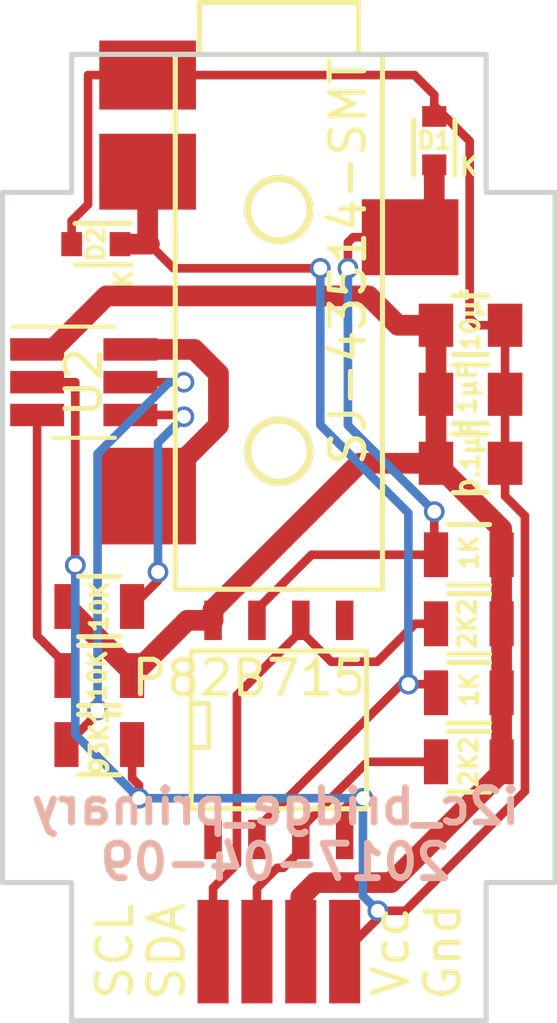
<source format=kicad_pcb>
(kicad_pcb (version 20171130) (host pcbnew "(5.1.12)-1")

  (general
    (thickness 1.6)
    (drawings 41)
    (tracks 136)
    (zones 0)
    (modules 16)
    (nets 11)
  )

  (page A4)
  (layers
    (0 F.Cu signal)
    (31 B.Cu signal)
    (32 B.Adhes user hide)
    (33 F.Adhes user hide)
    (34 B.Paste user hide)
    (35 F.Paste user hide)
    (36 B.SilkS user hide)
    (37 F.SilkS user hide)
    (38 B.Mask user hide)
    (39 F.Mask user hide)
    (40 Dwgs.User user hide)
    (41 Cmts.User user hide)
    (42 Eco1.User user hide)
    (43 Eco2.User user hide)
    (44 Edge.Cuts user)
    (45 Margin user hide)
    (46 B.CrtYd user hide)
    (47 F.CrtYd user hide)
    (48 B.Fab user hide)
    (49 F.Fab user hide)
  )

  (setup
    (last_trace_width 0.25)
    (user_trace_width 0.6)
    (trace_clearance 0.2)
    (zone_clearance 0.508)
    (zone_45_only no)
    (trace_min 0.2)
    (via_size 0.6)
    (via_drill 0.4)
    (via_min_size 0.4)
    (via_min_drill 0.3)
    (uvia_size 0.3)
    (uvia_drill 0.1)
    (uvias_allowed no)
    (uvia_min_size 0.2)
    (uvia_min_drill 0.1)
    (edge_width 0.15)
    (segment_width 0.2)
    (pcb_text_width 0.3)
    (pcb_text_size 1.5 1.5)
    (mod_edge_width 0.15)
    (mod_text_size 1 1)
    (mod_text_width 0.15)
    (pad_size 1.6 3.4)
    (pad_drill 0)
    (pad_to_mask_clearance 0.2)
    (aux_axis_origin 50 45)
    (visible_elements 7FFFFFFF)
    (pcbplotparams
      (layerselection 0x00030_80000001)
      (usegerberextensions false)
      (usegerberattributes true)
      (usegerberadvancedattributes true)
      (creategerberjobfile true)
      (excludeedgelayer true)
      (linewidth 0.100000)
      (plotframeref false)
      (viasonmask false)
      (mode 1)
      (useauxorigin false)
      (hpglpennumber 1)
      (hpglpenspeed 20)
      (hpglpendiameter 15.000000)
      (psnegative false)
      (psa4output false)
      (plotreference true)
      (plotvalue true)
      (plotinvisibletext false)
      (padsonsilk false)
      (subtractmaskfromsilk false)
      (outputformat 1)
      (mirror false)
      (drillshape 1)
      (scaleselection 1)
      (outputdirectory ""))
  )

  (net 0 "")
  (net 1 +5V)
  (net 2 GND)
  (net 3 /i2c_bridge_common/SCL_connector)
  (net 4 /i2c_bridge_common/SDA_connector)
  (net 5 /i2c_bridge_common/SCL_inside)
  (net 6 /i2c_bridge_common/SDA_inside)
  (net 7 "Net-(R5-Pad2)")
  (net 8 "Net-(R6-Pad2)")
  (net 9 "Net-(R7-Pad1)")
  (net 10 "Net-(TRRS1-Pad2)")

  (net_class Default "This is the default net class."
    (clearance 0.2)
    (trace_width 0.25)
    (via_dia 0.6)
    (via_drill 0.4)
    (uvia_dia 0.3)
    (uvia_drill 0.1)
    (add_net +5V)
    (add_net /i2c_bridge_common/SCL_connector)
    (add_net /i2c_bridge_common/SCL_inside)
    (add_net /i2c_bridge_common/SDA_connector)
    (add_net /i2c_bridge_common/SDA_inside)
    (add_net GND)
    (add_net "Net-(R5-Pad2)")
    (add_net "Net-(R6-Pad2)")
    (add_net "Net-(R7-Pad1)")
    (add_net "Net-(TRRS1-Pad2)")
  )

  (net_class power ""
    (clearance 0.3)
    (trace_width 0.4)
    (via_dia 0.8)
    (via_drill 0.6)
    (uvia_dia 0.3)
    (uvia_drill 0.1)
  )

  (module myComponents:solderPads_4_Grove_I2C (layer F.Cu) (tedit 58E53D59) (tstamp 0)
    (at 50 71)
    (path /58E54ECF)
    (fp_text reference I2C1 (at 0.635 2.54) (layer F.SilkS) hide
      (effects (font (size 1 1) (thickness 0.15)))
    )
    (fp_text value CONN_01X04 (at 0 3) (layer F.Fab)
      (effects (font (size 1 1) (thickness 0.15)))
    )
    (fp_text user SDA (at -3.25 0 90) (layer F.SilkS)
      (effects (font (size 1 1) (thickness 0.15)))
    )
    (fp_text user SCL (at -4.75 0 90) (layer F.SilkS)
      (effects (font (size 1 1) (thickness 0.15)))
    )
    (fp_text user Gnd (at 4.75 0 90) (layer F.SilkS)
      (effects (font (size 1 1) (thickness 0.15)))
    )
    (fp_text user Vcc (at 3.25 0 90) (layer F.SilkS)
      (effects (font (size 1 1) (thickness 0.15)))
    )
    (pad 1 smd rect (at -1.905 0) (size 0.9 3) (layers F.Cu F.Paste F.Mask)
      (net 5 /i2c_bridge_common/SCL_inside))
    (pad 2 smd rect (at -0.635 0) (size 0.9 3) (layers F.Cu F.Paste F.Mask)
      (net 6 /i2c_bridge_common/SDA_inside))
    (pad 3 smd rect (at 0.635 0) (size 0.9 3) (layers F.Cu F.Paste F.Mask)
      (net 1 +5V))
    (pad 4 smd rect (at 1.905 0) (size 0.9 3) (layers F.Cu F.Paste F.Mask)
      (net 2 GND))
  )

  (module Capacitors_SMD:C_0805 (layer F.Cu) (tedit 58E6699A) (tstamp 58E665DA)
    (at 55.55 52.85)
    (descr "Capacitor SMD 0805, reflow soldering, AVX (see smccp.pdf)")
    (tags "capacitor 0805")
    (path /58E667B4/58E68B64)
    (attr smd)
    (fp_text reference C1 (at 2.5 0) (layer F.Fab)
      (effects (font (size 1 1) (thickness 0.15)))
    )
    (fp_text value 10µf (at 0 -0.15 270) (layer F.SilkS)
      (effects (font (size 0.5 0.5) (thickness 0.125)))
    )
    (fp_line (start -0.5 0.85) (end 0.5 0.85) (layer F.SilkS) (width 0.15))
    (fp_line (start 0.5 -0.85) (end -0.5 -0.85) (layer F.SilkS) (width 0.15))
    (fp_line (start 1.8 -1) (end 1.8 1) (layer F.CrtYd) (width 0.05))
    (fp_line (start -1.8 -1) (end -1.8 1) (layer F.CrtYd) (width 0.05))
    (fp_line (start -1.8 1) (end 1.8 1) (layer F.CrtYd) (width 0.05))
    (fp_line (start -1.8 -1) (end 1.8 -1) (layer F.CrtYd) (width 0.05))
    (fp_line (start -1 -0.625) (end 1 -0.625) (layer F.Fab) (width 0.15))
    (fp_line (start 1 -0.625) (end 1 0.625) (layer F.Fab) (width 0.15))
    (fp_line (start 1 0.625) (end -1 0.625) (layer F.Fab) (width 0.15))
    (fp_line (start -1 0.625) (end -1 -0.625) (layer F.Fab) (width 0.15))
    (pad 1 smd rect (at -1 0) (size 1 1.25) (layers F.Cu F.Paste F.Mask)
      (net 1 +5V))
    (pad 2 smd rect (at 1 0) (size 1 1.25) (layers F.Cu F.Paste F.Mask)
      (net 2 GND))
    (model Capacitors_SMD.3dshapes/C_0805.wrl
      (at (xyz 0 0 0))
      (scale (xyz 1 1 1))
      (rotate (xyz 0 0 0))
    )
  )

  (module Capacitors_SMD:C_0805 (layer F.Cu) (tedit 58E669AE) (tstamp 58E665EA)
    (at 55.55 54.85)
    (descr "Capacitor SMD 0805, reflow soldering, AVX (see smccp.pdf)")
    (tags "capacitor 0805")
    (path /58E667B4/58E68B6B)
    (attr smd)
    (fp_text reference C2 (at 2.404999 -0.065) (layer F.Fab)
      (effects (font (size 1 1) (thickness 0.15)))
    )
    (fp_text value 1µF (at -0.095001 -0.15 270) (layer F.SilkS)
      (effects (font (size 0.5 0.5) (thickness 0.125)))
    )
    (fp_line (start -0.5 0.85) (end 0.5 0.85) (layer F.SilkS) (width 0.15))
    (fp_line (start 0.5 -0.85) (end -0.5 -0.85) (layer F.SilkS) (width 0.15))
    (fp_line (start 1.8 -1) (end 1.8 1) (layer F.CrtYd) (width 0.05))
    (fp_line (start -1.8 -1) (end -1.8 1) (layer F.CrtYd) (width 0.05))
    (fp_line (start -1.8 1) (end 1.8 1) (layer F.CrtYd) (width 0.05))
    (fp_line (start -1.8 -1) (end 1.8 -1) (layer F.CrtYd) (width 0.05))
    (fp_line (start -1 -0.625) (end 1 -0.625) (layer F.Fab) (width 0.15))
    (fp_line (start 1 -0.625) (end 1 0.625) (layer F.Fab) (width 0.15))
    (fp_line (start 1 0.625) (end -1 0.625) (layer F.Fab) (width 0.15))
    (fp_line (start -1 0.625) (end -1 -0.625) (layer F.Fab) (width 0.15))
    (pad 1 smd rect (at -1 0) (size 1 1.25) (layers F.Cu F.Paste F.Mask)
      (net 1 +5V))
    (pad 2 smd rect (at 1 0) (size 1 1.25) (layers F.Cu F.Paste F.Mask)
      (net 2 GND))
    (model Capacitors_SMD.3dshapes/C_0805.wrl
      (at (xyz 0 0 0))
      (scale (xyz 1 1 1))
      (rotate (xyz 0 0 0))
    )
  )

  (module Capacitors_SMD:C_0805 (layer F.Cu) (tedit 58E669DD) (tstamp 58E665FA)
    (at 55.55 56.85)
    (descr "Capacitor SMD 0805, reflow soldering, AVX (see smccp.pdf)")
    (tags "capacitor 0805")
    (path /58E667B4/58E68B72)
    (attr smd)
    (fp_text reference C3 (at 2.5 0) (layer F.Fab)
      (effects (font (size 1 1) (thickness 0.15)))
    )
    (fp_text value 0.1µF (at 0 -0.15 270) (layer F.SilkS)
      (effects (font (size 0.5 0.5) (thickness 0.125)))
    )
    (fp_line (start -0.5 0.85) (end 0.5 0.85) (layer F.SilkS) (width 0.15))
    (fp_line (start 0.5 -0.85) (end -0.5 -0.85) (layer F.SilkS) (width 0.15))
    (fp_line (start 1.8 -1) (end 1.8 1) (layer F.CrtYd) (width 0.05))
    (fp_line (start -1.8 -1) (end -1.8 1) (layer F.CrtYd) (width 0.05))
    (fp_line (start -1.8 1) (end 1.8 1) (layer F.CrtYd) (width 0.05))
    (fp_line (start -1.8 -1) (end 1.8 -1) (layer F.CrtYd) (width 0.05))
    (fp_line (start -1 -0.625) (end 1 -0.625) (layer F.Fab) (width 0.15))
    (fp_line (start 1 -0.625) (end 1 0.625) (layer F.Fab) (width 0.15))
    (fp_line (start 1 0.625) (end -1 0.625) (layer F.Fab) (width 0.15))
    (fp_line (start -1 0.625) (end -1 -0.625) (layer F.Fab) (width 0.15))
    (pad 1 smd rect (at -1 0) (size 1 1.25) (layers F.Cu F.Paste F.Mask)
      (net 1 +5V))
    (pad 2 smd rect (at 1 0) (size 1 1.25) (layers F.Cu F.Paste F.Mask)
      (net 2 GND))
    (model Capacitors_SMD.3dshapes/C_0805.wrl
      (at (xyz 0 0 0))
      (scale (xyz 1 1 1))
      (rotate (xyz 0 0 0))
    )
  )

  (module Diodes_SMD:SOD-523 (layer F.Cu) (tedit 58E7A419) (tstamp 58E665FB)
    (at 54.5 47.5 90)
    (descr "http://www.diodes.com/datasheets/ap02001.pdf p.144")
    (tags "Diode SOD523")
    (path /58E667B4/58E68B27)
    (attr smd)
    (fp_text reference D1 (at 0 0 180) (layer F.SilkS)
      (effects (font (size 0.5 0.5) (thickness 0.125)))
    )
    (fp_text value VESD05a1 (at 5 0 90) (layer F.Fab)
      (effects (font (size 1 1) (thickness 0.15)))
    )
    (fp_line (start 0.6 0.6) (end -1 0.6) (layer F.SilkS) (width 0.15))
    (fp_line (start 0.6 -0.6) (end -1 -0.6) (layer F.SilkS) (width 0.15))
    (fp_line (start 0.6 0.4) (end -0.6 0.4) (layer F.Fab) (width 0.15))
    (fp_line (start -0.6 0.4) (end -0.6 -0.4) (layer F.Fab) (width 0.15))
    (fp_line (start -0.6 -0.4) (end 0.6 -0.4) (layer F.Fab) (width 0.15))
    (fp_line (start 0.6 -0.4) (end 0.6 0.4) (layer F.Fab) (width 0.15))
    (fp_line (start -0.2 0.2) (end -0.2 -0.2) (layer F.Fab) (width 0.15))
    (fp_line (start -0.2 0) (end -0.35 0) (layer F.Fab) (width 0.15))
    (fp_line (start -0.2 0) (end 0.1 0.2) (layer F.Fab) (width 0.15))
    (fp_line (start 0.1 0.2) (end 0.1 -0.2) (layer F.Fab) (width 0.15))
    (fp_line (start 0.1 -0.2) (end -0.2 0) (layer F.Fab) (width 0.15))
    (fp_line (start 0.1 0) (end 0.25 0) (layer F.Fab) (width 0.15))
    (fp_line (start 1.25 0.75) (end -1.25 0.75) (layer F.CrtYd) (width 0.05))
    (fp_line (start -1.25 0.75) (end -1.25 -0.75) (layer F.CrtYd) (width 0.05))
    (fp_line (start -1.25 -0.75) (end 1.25 -0.75) (layer F.CrtYd) (width 0.05))
    (fp_line (start 1.25 -0.75) (end 1.25 0.75) (layer F.CrtYd) (width 0.05))
    (pad 2 smd rect (at 0.7 0 270) (size 0.6 0.7) (layers F.Cu F.Paste F.Mask)
      (net 2 GND))
    (pad 1 smd rect (at -0.7 0 270) (size 0.6 0.7) (layers F.Cu F.Paste F.Mask)
      (net 3 /i2c_bridge_common/SCL_connector))
  )

  (module Diodes_SMD:SOD-523 (layer F.Cu) (tedit 58E7A473) (tstamp 0)
    (at 44.7 50.5 180)
    (descr "http://www.diodes.com/datasheets/ap02001.pdf p.144")
    (tags "Diode SOD523")
    (path /58E667B4/58E68B2E)
    (attr smd)
    (fp_text reference D2 (at 0 0 270) (layer F.SilkS)
      (effects (font (size 0.5 0.5) (thickness 0.125)))
    )
    (fp_text value VESD05a1 (at 6.7 0 180) (layer F.Fab)
      (effects (font (size 1 1) (thickness 0.15)))
    )
    (fp_line (start 0.6 0.6) (end -1 0.6) (layer F.SilkS) (width 0.15))
    (fp_line (start 0.6 -0.6) (end -1 -0.6) (layer F.SilkS) (width 0.15))
    (fp_line (start 0.6 0.4) (end -0.6 0.4) (layer F.Fab) (width 0.15))
    (fp_line (start -0.6 0.4) (end -0.6 -0.4) (layer F.Fab) (width 0.15))
    (fp_line (start -0.6 -0.4) (end 0.6 -0.4) (layer F.Fab) (width 0.15))
    (fp_line (start 0.6 -0.4) (end 0.6 0.4) (layer F.Fab) (width 0.15))
    (fp_line (start -0.2 0.2) (end -0.2 -0.2) (layer F.Fab) (width 0.15))
    (fp_line (start -0.2 0) (end -0.35 0) (layer F.Fab) (width 0.15))
    (fp_line (start -0.2 0) (end 0.1 0.2) (layer F.Fab) (width 0.15))
    (fp_line (start 0.1 0.2) (end 0.1 -0.2) (layer F.Fab) (width 0.15))
    (fp_line (start 0.1 -0.2) (end -0.2 0) (layer F.Fab) (width 0.15))
    (fp_line (start 0.1 0) (end 0.25 0) (layer F.Fab) (width 0.15))
    (fp_line (start 1.25 0.75) (end -1.25 0.75) (layer F.CrtYd) (width 0.05))
    (fp_line (start -1.25 0.75) (end -1.25 -0.75) (layer F.CrtYd) (width 0.05))
    (fp_line (start -1.25 -0.75) (end 1.25 -0.75) (layer F.CrtYd) (width 0.05))
    (fp_line (start 1.25 -0.75) (end 1.25 0.75) (layer F.CrtYd) (width 0.05))
    (pad 2 smd rect (at 0.7 0) (size 0.6 0.7) (layers F.Cu F.Paste F.Mask)
      (net 2 GND))
    (pad 1 smd rect (at -0.7 0) (size 0.6 0.7) (layers F.Cu F.Paste F.Mask)
      (net 4 /i2c_bridge_common/SDA_connector))
  )

  (module SMD_Packages:SOIC-8-N (layer F.Cu) (tedit 58E7A4A6) (tstamp 58E6668D)
    (at 50 64.575)
    (descr "Module Narrow CMS SOJ 8 pins large")
    (tags "CMS SOJ")
    (path /58E667B4/58E68B1E)
    (attr smd)
    (fp_text reference U1 (at -0.365 1.5) (layer F.Fab)
      (effects (font (size 1 1) (thickness 0.15)))
    )
    (fp_text value P82B715 (at -0.865 -1.5) (layer F.SilkS)
      (effects (font (size 1 1) (thickness 0.15)))
    )
    (fp_line (start -2.032 0.508) (end -2.54 0.508) (layer F.SilkS) (width 0.15))
    (fp_line (start -2.032 -0.762) (end -2.032 0.508) (layer F.SilkS) (width 0.15))
    (fp_line (start -2.54 -0.762) (end -2.032 -0.762) (layer F.SilkS) (width 0.15))
    (fp_line (start -2.54 2.286) (end -2.54 -2.286) (layer F.SilkS) (width 0.15))
    (fp_line (start 2.54 2.286) (end -2.54 2.286) (layer F.SilkS) (width 0.15))
    (fp_line (start 2.54 -2.286) (end 2.54 2.286) (layer F.SilkS) (width 0.15))
    (fp_line (start -2.54 -2.286) (end 2.54 -2.286) (layer F.SilkS) (width 0.15))
    (pad 8 smd rect (at -1.905 -3.175) (size 0.508 1.143) (layers F.Cu F.Paste F.Mask)
      (net 1 +5V))
    (pad 7 smd rect (at -0.635 -3.175) (size 0.508 1.143) (layers F.Cu F.Paste F.Mask)
      (net 3 /i2c_bridge_common/SCL_connector))
    (pad 6 smd rect (at 0.635 -3.175) (size 0.508 1.143) (layers F.Cu F.Paste F.Mask)
      (net 5 /i2c_bridge_common/SCL_inside))
    (pad 5 smd rect (at 1.905 -3.175) (size 0.508 1.143) (layers F.Cu F.Paste F.Mask))
    (pad 4 smd rect (at 1.905 3.175) (size 0.508 1.143) (layers F.Cu F.Paste F.Mask)
      (net 2 GND))
    (pad 3 smd rect (at 0.635 3.175) (size 0.508 1.143) (layers F.Cu F.Paste F.Mask)
      (net 6 /i2c_bridge_common/SDA_inside))
    (pad 2 smd rect (at -0.635 3.175) (size 0.508 1.143) (layers F.Cu F.Paste F.Mask)
      (net 4 /i2c_bridge_common/SDA_connector))
    (pad 1 smd rect (at -1.905 3.175) (size 0.508 1.143) (layers F.Cu F.Paste F.Mask))
    (model SMD_Packages.3dshapes/SOIC-8-N.wrl
      (at (xyz 0 0 0))
      (scale (xyz 0.5 0.38 0.5))
      (rotate (xyz 0 0 0))
    )
  )

  (module Resistors_SMD:R_0805 (layer F.Cu) (tedit 58E66A9B) (tstamp 0)
    (at 55.5 59.5)
    (descr "Resistor SMD 0805, reflow soldering, Vishay (see dcrcw.pdf)")
    (tags "resistor 0805")
    (path /58E667B4/58E68B35)
    (attr smd)
    (fp_text reference R1 (at 2.254999 -0.065) (layer F.Fab)
      (effects (font (size 1 1) (thickness 0.15)))
    )
    (fp_text value 1K (at 0.004999 -0.065 270) (layer F.SilkS)
      (effects (font (size 0.5 0.5) (thickness 0.125)))
    )
    (fp_line (start -0.6 -0.875) (end 0.6 -0.875) (layer F.SilkS) (width 0.15))
    (fp_line (start 0.6 0.875) (end -0.6 0.875) (layer F.SilkS) (width 0.15))
    (fp_line (start 1.6 -1) (end 1.6 1) (layer F.CrtYd) (width 0.05))
    (fp_line (start -1.6 -1) (end -1.6 1) (layer F.CrtYd) (width 0.05))
    (fp_line (start -1.6 1) (end 1.6 1) (layer F.CrtYd) (width 0.05))
    (fp_line (start -1.6 -1) (end 1.6 -1) (layer F.CrtYd) (width 0.05))
    (fp_line (start -1 -0.625) (end 1 -0.625) (layer F.Fab) (width 0.1))
    (fp_line (start 1 -0.625) (end 1 0.625) (layer F.Fab) (width 0.1))
    (fp_line (start 1 0.625) (end -1 0.625) (layer F.Fab) (width 0.1))
    (fp_line (start -1 0.625) (end -1 -0.625) (layer F.Fab) (width 0.1))
    (pad 1 smd rect (at -0.95 0) (size 0.7 1.3) (layers F.Cu F.Paste F.Mask)
      (net 3 /i2c_bridge_common/SCL_connector))
    (pad 2 smd rect (at 0.95 0) (size 0.7 1.3) (layers F.Cu F.Paste F.Mask)
      (net 1 +5V))
    (model Resistors_SMD.3dshapes/R_0805.wrl
      (at (xyz 0 0 0))
      (scale (xyz 1 1 1))
      (rotate (xyz 0 0 0))
    )
  )

  (module Resistors_SMD:R_0805 (layer F.Cu) (tedit 58E66A6F) (tstamp 0)
    (at 55.5 63.5)
    (descr "Resistor SMD 0805, reflow soldering, Vishay (see dcrcw.pdf)")
    (tags "resistor 0805")
    (path /58E667B4/58E68B3C)
    (attr smd)
    (fp_text reference R2 (at 2.264999 -0.115) (layer F.Fab)
      (effects (font (size 1 1) (thickness 0.15)))
    )
    (fp_text value 1K (at 0.014999 -0.1 270) (layer F.SilkS)
      (effects (font (size 0.5 0.5) (thickness 0.125)))
    )
    (fp_line (start -0.6 -0.875) (end 0.6 -0.875) (layer F.SilkS) (width 0.15))
    (fp_line (start 0.6 0.875) (end -0.6 0.875) (layer F.SilkS) (width 0.15))
    (fp_line (start 1.6 -1) (end 1.6 1) (layer F.CrtYd) (width 0.05))
    (fp_line (start -1.6 -1) (end -1.6 1) (layer F.CrtYd) (width 0.05))
    (fp_line (start -1.6 1) (end 1.6 1) (layer F.CrtYd) (width 0.05))
    (fp_line (start -1.6 -1) (end 1.6 -1) (layer F.CrtYd) (width 0.05))
    (fp_line (start -1 -0.625) (end 1 -0.625) (layer F.Fab) (width 0.1))
    (fp_line (start 1 -0.625) (end 1 0.625) (layer F.Fab) (width 0.1))
    (fp_line (start 1 0.625) (end -1 0.625) (layer F.Fab) (width 0.1))
    (fp_line (start -1 0.625) (end -1 -0.625) (layer F.Fab) (width 0.1))
    (pad 1 smd rect (at -0.95 0) (size 0.7 1.3) (layers F.Cu F.Paste F.Mask)
      (net 4 /i2c_bridge_common/SDA_connector))
    (pad 2 smd rect (at 0.95 0) (size 0.7 1.3) (layers F.Cu F.Paste F.Mask)
      (net 1 +5V))
    (model Resistors_SMD.3dshapes/R_0805.wrl
      (at (xyz 0 0 0))
      (scale (xyz 1 1 1))
      (rotate (xyz 0 0 0))
    )
  )

  (module Resistors_SMD:R_0805 (layer F.Cu) (tedit 58E66AB2) (tstamp 58E674A4)
    (at 55.5 61.5)
    (descr "Resistor SMD 0805, reflow soldering, Vishay (see dcrcw.pdf)")
    (tags "resistor 0805")
    (path /58E667B4/58E68B4A)
    (attr smd)
    (fp_text reference R3 (at 2.204999 0.065) (layer F.Fab)
      (effects (font (size 1 1) (thickness 0.15)))
    )
    (fp_text value 2K2 (at -0.045001 0 270) (layer F.SilkS)
      (effects (font (size 0.5 0.5) (thickness 0.125)))
    )
    (fp_line (start -0.6 -0.875) (end 0.6 -0.875) (layer F.SilkS) (width 0.15))
    (fp_line (start 0.6 0.875) (end -0.6 0.875) (layer F.SilkS) (width 0.15))
    (fp_line (start 1.6 -1) (end 1.6 1) (layer F.CrtYd) (width 0.05))
    (fp_line (start -1.6 -1) (end -1.6 1) (layer F.CrtYd) (width 0.05))
    (fp_line (start -1.6 1) (end 1.6 1) (layer F.CrtYd) (width 0.05))
    (fp_line (start -1.6 -1) (end 1.6 -1) (layer F.CrtYd) (width 0.05))
    (fp_line (start -1 -0.625) (end 1 -0.625) (layer F.Fab) (width 0.1))
    (fp_line (start 1 -0.625) (end 1 0.625) (layer F.Fab) (width 0.1))
    (fp_line (start 1 0.625) (end -1 0.625) (layer F.Fab) (width 0.1))
    (fp_line (start -1 0.625) (end -1 -0.625) (layer F.Fab) (width 0.1))
    (pad 1 smd rect (at -0.95 0) (size 0.7 1.3) (layers F.Cu F.Paste F.Mask)
      (net 5 /i2c_bridge_common/SCL_inside))
    (pad 2 smd rect (at 0.95 0) (size 0.7 1.3) (layers F.Cu F.Paste F.Mask)
      (net 1 +5V))
    (model Resistors_SMD.3dshapes/R_0805.wrl
      (at (xyz 0 0 0))
      (scale (xyz 1 1 1))
      (rotate (xyz 0 0 0))
    )
  )

  (module Resistors_SMD:R_0805 (layer F.Cu) (tedit 58E66AD3) (tstamp 58E674B3)
    (at 55.5 65.5)
    (descr "Resistor SMD 0805, reflow soldering, Vishay (see dcrcw.pdf)")
    (tags "resistor 0805")
    (path /58E667B4/58E68B43)
    (attr smd)
    (fp_text reference R4 (at 2.214999 -0.115) (layer F.Fab)
      (effects (font (size 1 1) (thickness 0.15)))
    )
    (fp_text value 2K2 (at 0 0 270) (layer F.SilkS)
      (effects (font (size 0.5 0.5) (thickness 0.125)))
    )
    (fp_line (start -0.6 -0.875) (end 0.6 -0.875) (layer F.SilkS) (width 0.15))
    (fp_line (start 0.6 0.875) (end -0.6 0.875) (layer F.SilkS) (width 0.15))
    (fp_line (start 1.6 -1) (end 1.6 1) (layer F.CrtYd) (width 0.05))
    (fp_line (start -1.6 -1) (end -1.6 1) (layer F.CrtYd) (width 0.05))
    (fp_line (start -1.6 1) (end 1.6 1) (layer F.CrtYd) (width 0.05))
    (fp_line (start -1.6 -1) (end 1.6 -1) (layer F.CrtYd) (width 0.05))
    (fp_line (start -1 -0.625) (end 1 -0.625) (layer F.Fab) (width 0.1))
    (fp_line (start 1 -0.625) (end 1 0.625) (layer F.Fab) (width 0.1))
    (fp_line (start 1 0.625) (end -1 0.625) (layer F.Fab) (width 0.1))
    (fp_line (start -1 0.625) (end -1 -0.625) (layer F.Fab) (width 0.1))
    (pad 1 smd rect (at -0.95 0) (size 0.7 1.3) (layers F.Cu F.Paste F.Mask)
      (net 6 /i2c_bridge_common/SDA_inside))
    (pad 2 smd rect (at 0.95 0) (size 0.7 1.3) (layers F.Cu F.Paste F.Mask)
      (net 1 +5V))
    (model Resistors_SMD.3dshapes/R_0805.wrl
      (at (xyz 0 0 0))
      (scale (xyz 1 1 1))
      (rotate (xyz 0 0 0))
    )
  )

  (module myComponents:audio_smd_SJ-43514-SMT (layer F.Cu) (tedit 58E7A452) (tstamp 58E59A50)
    (at 50 45 270)
    (path /58E2915A)
    (fp_text reference TRRS1 (at 6 2 270) (layer F.Fab)
      (effects (font (size 1 1) (thickness 0.15)))
    )
    (fp_text value SJ-43514-SMT (at 6 -2 270) (layer F.SilkS)
      (effects (font (size 1 1) (thickness 0.15)))
    )
    (fp_line (start -1.5 2.3) (end 0 2.3) (layer F.SilkS) (width 0.15))
    (fp_line (start -1.5 -2.3) (end -1.5 2.3) (layer F.SilkS) (width 0.15))
    (fp_line (start 0 -2.3) (end -1.5 -2.3) (layer F.SilkS) (width 0.15))
    (fp_line (start 15.5 -3) (end 0 -3) (layer F.SilkS) (width 0.15))
    (fp_line (start 15.5 3) (end 15.5 -3) (layer F.SilkS) (width 0.15))
    (fp_line (start 0 3) (end 15.5 3) (layer F.SilkS) (width 0.15))
    (fp_line (start 0 -3) (end 0 3) (layer F.SilkS) (width 0.15))
    (pad "" thru_hole circle (at 4.5 0 270) (size 2 2) (drill 1.6) (layers *.Cu *.Mask F.SilkS))
    (pad "" thru_hole circle (at 11.5 0 270) (size 2 2) (drill 1.6) (layers *.Cu *.Mask F.SilkS))
    (pad 4 smd rect (at 3.4 3.8 270) (size 2.2 2.8) (layers F.Cu F.Paste F.Mask)
      (net 4 /i2c_bridge_common/SDA_connector))
    (pad 2 smd rect (at 12.8 3.8 270) (size 2.8 2.8) (layers F.Cu F.Paste F.Mask)
      (net 10 "Net-(TRRS1-Pad2)"))
    (pad 3 smd rect (at 5.3 -3.8 270) (size 2.2 2.8) (layers F.Cu F.Paste F.Mask)
      (net 3 /i2c_bridge_common/SCL_connector))
    (pad 1 smd rect (at 0.6 3.8 270) (size 2 2.8) (layers F.Cu F.Paste F.Mask)
      (net 2 GND))
    (model /mnt/gruscht/projects/keyboard/kicad_boards/myComponents.pretty/3d-models/audio_jack_SJ-43514-SMT.wrl
      (at (xyz 0 0 0))
      (scale (xyz 1 1 1))
      (rotate (xyz 0 0 0))
    )
  )

  (module Resistors_SMD:R_0805 (layer F.Cu) (tedit 58E7D888) (tstamp 0)
    (at 44.8 61)
    (descr "Resistor SMD 0805, reflow soldering, Vishay (see dcrcw.pdf)")
    (tags "resistor 0805")
    (path /58E80ADC)
    (attr smd)
    (fp_text reference R5 (at -2.75 0) (layer F.Fab)
      (effects (font (size 1 1) (thickness 0.15)))
    )
    (fp_text value 10K (at 0 0 90) (layer F.SilkS)
      (effects (font (size 0.5 0.5) (thickness 0.125)))
    )
    (fp_line (start -0.6 -0.875) (end 0.6 -0.875) (layer F.SilkS) (width 0.15))
    (fp_line (start 0.6 0.875) (end -0.6 0.875) (layer F.SilkS) (width 0.15))
    (fp_line (start 1.6 -1) (end 1.6 1) (layer F.CrtYd) (width 0.05))
    (fp_line (start -1.6 -1) (end -1.6 1) (layer F.CrtYd) (width 0.05))
    (fp_line (start -1.6 1) (end 1.6 1) (layer F.CrtYd) (width 0.05))
    (fp_line (start -1.6 -1) (end 1.6 -1) (layer F.CrtYd) (width 0.05))
    (fp_line (start -1 -0.625) (end 1 -0.625) (layer F.Fab) (width 0.1))
    (fp_line (start 1 -0.625) (end 1 0.625) (layer F.Fab) (width 0.1))
    (fp_line (start 1 0.625) (end -1 0.625) (layer F.Fab) (width 0.1))
    (fp_line (start -1 0.625) (end -1 -0.625) (layer F.Fab) (width 0.1))
    (pad 1 smd rect (at -0.95 0) (size 0.7 1.3) (layers F.Cu F.Paste F.Mask)
      (net 1 +5V))
    (pad 2 smd rect (at 0.95 0) (size 0.7 1.3) (layers F.Cu F.Paste F.Mask)
      (net 7 "Net-(R5-Pad2)"))
    (model Resistors_SMD.3dshapes/R_0805.wrl
      (at (xyz 0 0 0))
      (scale (xyz 1 1 1))
      (rotate (xyz 0 0 0))
    )
  )

  (module Resistors_SMD:R_0805 (layer F.Cu) (tedit 58E7D9AC) (tstamp 0)
    (at 44.8 63 180)
    (descr "Resistor SMD 0805, reflow soldering, Vishay (see dcrcw.pdf)")
    (tags "resistor 0805")
    (path /58E808EC)
    (attr smd)
    (fp_text reference R6 (at 2.75 0 180) (layer F.Fab)
      (effects (font (size 1 1) (thickness 0.15)))
    )
    (fp_text value 10K (at 0.05 0 270) (layer F.SilkS)
      (effects (font (size 0.5 0.5) (thickness 0.125)))
    )
    (fp_line (start -0.6 -0.875) (end 0.6 -0.875) (layer F.SilkS) (width 0.15))
    (fp_line (start 0.6 0.875) (end -0.6 0.875) (layer F.SilkS) (width 0.15))
    (fp_line (start 1.6 -1) (end 1.6 1) (layer F.CrtYd) (width 0.05))
    (fp_line (start -1.6 -1) (end -1.6 1) (layer F.CrtYd) (width 0.05))
    (fp_line (start -1.6 1) (end 1.6 1) (layer F.CrtYd) (width 0.05))
    (fp_line (start -1.6 -1) (end 1.6 -1) (layer F.CrtYd) (width 0.05))
    (fp_line (start -1 -0.625) (end 1 -0.625) (layer F.Fab) (width 0.1))
    (fp_line (start 1 -0.625) (end 1 0.625) (layer F.Fab) (width 0.1))
    (fp_line (start 1 0.625) (end -1 0.625) (layer F.Fab) (width 0.1))
    (fp_line (start -1 0.625) (end -1 -0.625) (layer F.Fab) (width 0.1))
    (pad 1 smd rect (at -0.95 0 180) (size 0.7 1.3) (layers F.Cu F.Paste F.Mask)
      (net 1 +5V))
    (pad 2 smd rect (at 0.95 0 180) (size 0.7 1.3) (layers F.Cu F.Paste F.Mask)
      (net 8 "Net-(R6-Pad2)"))
    (model Resistors_SMD.3dshapes/R_0805.wrl
      (at (xyz 0 0 0))
      (scale (xyz 1 1 1))
      (rotate (xyz 0 0 0))
    )
  )

  (module Resistors_SMD:R_0805 (layer F.Cu) (tedit 58E7D8B9) (tstamp 0)
    (at 44.8 65)
    (descr "Resistor SMD 0805, reflow soldering, Vishay (see dcrcw.pdf)")
    (tags "resistor 0805")
    (path /58E80B51)
    (attr smd)
    (fp_text reference R7 (at -2.75 0) (layer F.Fab)
      (effects (font (size 1 1) (thickness 0.15)))
    )
    (fp_text value 93K1 (at 0 -0.1 90) (layer F.SilkS)
      (effects (font (size 0.5 0.5) (thickness 0.125)))
    )
    (fp_line (start -0.6 -0.875) (end 0.6 -0.875) (layer F.SilkS) (width 0.15))
    (fp_line (start 0.6 0.875) (end -0.6 0.875) (layer F.SilkS) (width 0.15))
    (fp_line (start 1.6 -1) (end 1.6 1) (layer F.CrtYd) (width 0.05))
    (fp_line (start -1.6 -1) (end -1.6 1) (layer F.CrtYd) (width 0.05))
    (fp_line (start -1.6 1) (end 1.6 1) (layer F.CrtYd) (width 0.05))
    (fp_line (start -1.6 -1) (end 1.6 -1) (layer F.CrtYd) (width 0.05))
    (fp_line (start -1 -0.625) (end 1 -0.625) (layer F.Fab) (width 0.1))
    (fp_line (start 1 -0.625) (end 1 0.625) (layer F.Fab) (width 0.1))
    (fp_line (start 1 0.625) (end -1 0.625) (layer F.Fab) (width 0.1))
    (fp_line (start -1 0.625) (end -1 -0.625) (layer F.Fab) (width 0.1))
    (pad 1 smd rect (at -0.95 0) (size 0.7 1.3) (layers F.Cu F.Paste F.Mask)
      (net 9 "Net-(R7-Pad1)"))
    (pad 2 smd rect (at 0.95 0) (size 0.7 1.3) (layers F.Cu F.Paste F.Mask)
      (net 2 GND))
    (model Resistors_SMD.3dshapes/R_0805.wrl
      (at (xyz 0 0 0))
      (scale (xyz 1 1 1))
      (rotate (xyz 0 0 0))
    )
  )

  (module TO_SOT_Packages_SMD:SOT-23-6_Handsoldering (layer F.Cu) (tedit 583F3ECB) (tstamp 0)
    (at 44.35 54.5)
    (descr "6-pin SOT-23 package, Handsoldering")
    (tags "SOT-23-6 Handsoldering")
    (path /58E7D76E)
    (attr smd)
    (fp_text reference U2 (at 0 0 90) (layer F.SilkS)
      (effects (font (size 1 1) (thickness 0.15)))
    )
    (fp_text value AP2553W6 (at -6.35 0) (layer F.Fab)
      (effects (font (size 1 1) (thickness 0.15)))
    )
    (fp_line (start 0.9 -1.55) (end 0.9 1.55) (layer F.Fab) (width 0.15))
    (fp_line (start 0.9 1.55) (end -0.9 1.55) (layer F.Fab) (width 0.15))
    (fp_line (start -0.9 -1.55) (end -0.9 1.55) (layer F.Fab) (width 0.15))
    (fp_line (start 0.9 -1.55) (end -0.9 -1.55) (layer F.Fab) (width 0.15))
    (fp_line (start -2.4 -1.8) (end 2.4 -1.8) (layer F.CrtYd) (width 0.05))
    (fp_line (start 2.4 -1.8) (end 2.4 1.8) (layer F.CrtYd) (width 0.05))
    (fp_line (start 2.4 1.8) (end -2.4 1.8) (layer F.CrtYd) (width 0.05))
    (fp_line (start -2.4 1.8) (end -2.4 -1.8) (layer F.CrtYd) (width 0.05))
    (fp_line (start 0.9 -1.61) (end -2.05 -1.61) (layer F.SilkS) (width 0.12))
    (fp_line (start -0.9 1.61) (end 0.9 1.61) (layer F.SilkS) (width 0.12))
    (pad 1 smd rect (at -1.35 -0.95) (size 1.56 0.65) (layers F.Cu F.Paste F.Mask)
      (net 1 +5V))
    (pad 2 smd rect (at -1.35 0) (size 1.56 0.65) (layers F.Cu F.Paste F.Mask)
      (net 2 GND))
    (pad 3 smd rect (at -1.35 0.95) (size 1.56 0.65) (layers F.Cu F.Paste F.Mask)
      (net 8 "Net-(R6-Pad2)"))
    (pad 4 smd rect (at 1.35 0.95) (size 1.56 0.65) (layers F.Cu F.Paste F.Mask)
      (net 7 "Net-(R5-Pad2)"))
    (pad 6 smd rect (at 1.35 -0.95) (size 1.56 0.65) (layers F.Cu F.Paste F.Mask)
      (net 10 "Net-(TRRS1-Pad2)"))
    (pad 5 smd rect (at 1.35 0) (size 1.56 0.65) (layers F.Cu F.Paste F.Mask)
      (net 9 "Net-(R7-Pad1)"))
    (model TO_SOT_Packages_SMD.3dshapes/SOT-23-6.wrl
      (at (xyz 0 0 0))
      (scale (xyz 1 1 1))
      (rotate (xyz 0 0 0))
    )
  )

  (gr_text "i2c_bridge_primary\n2017-04-09" (at 49.9 67.6) (layer B.SilkS)
    (effects (font (size 1 1) (thickness 0.2)) (justify mirror))
  )
  (gr_text K (at 45.5 51.5 90) (layer F.SilkS) (tstamp 58E816B3)
    (effects (font (size 0.5 0.5) (thickness 0.125)))
  )
  (gr_text K (at 55.5 48.25) (layer F.SilkS)
    (effects (font (size 0.5 0.5) (thickness 0.125)))
  )
  (gr_circle (center 38 47) (end 38 44.6) (layer Eco1.User) (width 0.2))
  (gr_line (start 34 47) (end 36 47) (layer Eco1.User) (width 0.2))
  (gr_line (start 34 55) (end 36 55) (layer Eco1.User) (width 0.2))
  (gr_line (start 34 63) (end 36 63) (layer Eco1.User) (width 0.2))
  (gr_line (start 34 67) (end 38 67) (layer Eco1.User) (width 0.2))
  (gr_line (start 34 59) (end 34 67) (layer Eco1.User) (width 0.2))
  (gr_line (start 34 59) (end 38 59) (layer Eco1.User) (width 0.2))
  (gr_line (start 34 51) (end 34 59) (layer Eco1.User) (width 0.2))
  (gr_line (start 34 51) (end 38 51) (layer Eco1.User) (width 0.2))
  (gr_line (start 34 43) (end 34 51) (layer Eco1.User) (width 0.2))
  (gr_line (start 38 43) (end 34 43) (layer Eco1.User) (width 0.2))
  (gr_line (start 38 78) (end 38 76) (layer Eco1.User) (width 0.2))
  (gr_line (start 46 78) (end 46 76) (layer Eco1.User) (width 0.2))
  (gr_line (start 54 78) (end 54 76) (layer Eco1.User) (width 0.2))
  (gr_line (start 62 78) (end 62 76) (layer Eco1.User) (width 0.2))
  (gr_line (start 66 78) (end 66 75) (layer Eco1.User) (width 0.2))
  (gr_line (start 58 78) (end 66 78) (layer Eco1.User) (width 0.2))
  (gr_line (start 34 78) (end 34 75) (layer Eco1.User) (width 0.2))
  (gr_line (start 42 78) (end 34 78) (layer Eco1.User) (width 0.2))
  (gr_line (start 42 78) (end 42 75) (layer Eco1.User) (width 0.2))
  (gr_line (start 50 78) (end 42 78) (layer Eco1.User) (width 0.2))
  (gr_line (start 58 78) (end 58 75) (layer Eco1.User) (width 0.2))
  (gr_line (start 50 78) (end 58 78) (layer Eco1.User) (width 0.2))
  (gr_line (start 50 75) (end 50 78) (layer Eco1.User) (width 0.2))
  (gr_line (start 44 49) (end 42 49) (layer Edge.Cuts) (width 0.15))
  (gr_line (start 44 45) (end 44 49) (layer Edge.Cuts) (width 0.15))
  (gr_line (start 56 49) (end 56 45) (layer Edge.Cuts) (width 0.15))
  (gr_line (start 58 49) (end 56 49) (layer Edge.Cuts) (width 0.15))
  (gr_line (start 42 49) (end 42 69) (layer Edge.Cuts) (width 0.15))
  (gr_line (start 58 69) (end 58 49) (layer Edge.Cuts) (width 0.15))
  (gr_line (start 56 69) (end 58 69) (layer Edge.Cuts) (width 0.15))
  (gr_line (start 56 69) (end 56 73) (layer Edge.Cuts) (width 0.15))
  (gr_line (start 44 69) (end 42 69) (layer Edge.Cuts) (width 0.15))
  (gr_line (start 44 69) (end 44 73) (layer Edge.Cuts) (width 0.15))
  (gr_line (start 56 73) (end 44 73) (layer Edge.Cuts) (width 0.15))
  (gr_line (start 56 45) (end 44 45) (layer Edge.Cuts) (width 0.15))
  (dimension 16 (width 0.3) (layer Eco2.User)
    (gr_text "16.000 mm" (at 50 39.65) (layer Eco2.User)
      (effects (font (size 1.5 1.5) (thickness 0.3)))
    )
    (feature1 (pts (xy 42 44) (xy 42 38.3)))
    (feature2 (pts (xy 58 44) (xy 58 38.3)))
    (crossbar (pts (xy 58 41) (xy 42 41)))
    (arrow1a (pts (xy 42 41) (xy 43.126504 40.413579)))
    (arrow1b (pts (xy 42 41) (xy 43.126504 41.586421)))
    (arrow2a (pts (xy 58 41) (xy 56.873496 40.413579)))
    (arrow2b (pts (xy 58 41) (xy 56.873496 41.586421)))
  )
  (dimension 28 (width 0.3) (layer Eco2.User)
    (gr_text "28.000 mm" (at 62.85 59 90) (layer Eco2.User)
      (effects (font (size 1.5 1.5) (thickness 0.3)))
    )
    (feature1 (pts (xy 60 45) (xy 64.2 45)))
    (feature2 (pts (xy 60 73) (xy 64.2 73)))
    (crossbar (pts (xy 61.5 73) (xy 61.5 45)))
    (arrow1a (pts (xy 61.5 45) (xy 62.086421 46.126504)))
    (arrow1b (pts (xy 61.5 45) (xy 60.913579 46.126504)))
    (arrow2a (pts (xy 61.5 73) (xy 62.086421 71.873496)))
    (arrow2b (pts (xy 61.5 73) (xy 60.913579 71.873496)))
  )

  (segment (start 44.28 52.725) (end 44.38 52.625) (width 0.6) (layer F.Cu) (net 1))
  (segment (start 43 53.55) (end 43.455 53.55) (width 0.6) (layer F.Cu) (net 1))
  (segment (start 43.455 53.55) (end 44.28 52.725) (width 0.6) (layer F.Cu) (net 1))
  (segment (start 54.55 52.85) (end 54.55 54.85) (width 0.6) (layer F.Cu) (net 1))
  (segment (start 54.55 54.85) (end 54.55 56.85) (width 0.6) (layer F.Cu) (net 1))
  (segment (start 56.45 65.5) (end 56.45 63.5) (width 0.6) (layer F.Cu) (net 1))
  (segment (start 56.45 63.5) (end 56.45 61.5) (width 0.6) (layer F.Cu) (net 1))
  (segment (start 56.45 61.5) (end 56.45 59.5) (width 0.6) (layer F.Cu) (net 1))
  (segment (start 56.45 59.5) (end 56.45 58.75) (width 0.6) (layer F.Cu) (net 1))
  (segment (start 56.45 58.75) (end 54.55 56.85) (width 0.6) (layer F.Cu) (net 1))
  (segment (start 56.45 65.5) (end 56.45 65.8) (width 0.6) (layer F.Cu) (net 1))
  (segment (start 56.45 65.8) (end 53.25 69) (width 0.6) (layer F.Cu) (net 1))
  (segment (start 53.25 69) (end 51.055 69) (width 0.6) (layer F.Cu) (net 1))
  (segment (start 51.055 69) (end 50.635 69.42) (width 0.6) (layer F.Cu) (net 1))
  (segment (start 50.635 69.42) (end 50.635 71) (width 0.6) (layer F.Cu) (net 1))
  (segment (start 48.095 61.4) (end 47.35 61.4) (width 0.6) (layer F.Cu) (net 1))
  (segment (start 47.35 61.4) (end 45.75 63) (width 0.6) (layer F.Cu) (net 1))
  (segment (start 45.75 63) (end 45.75 62.9) (width 0.6) (layer F.Cu) (net 1))
  (segment (start 45.75 62.9) (end 43.85 61) (width 0.6) (layer F.Cu) (net 1))
  (segment (start 44.28 52.725) (end 44.38 52.625) (width 0.6) (layer F.Cu) (net 1))
  (segment (start 48.095 61.4) (end 48.095 61.0825) (width 0.6) (layer F.Cu) (net 1))
  (segment (start 48.095 61.0825) (end 52.3275 56.85) (width 0.6) (layer F.Cu) (net 1))
  (segment (start 52.3275 56.85) (end 54.55 56.85) (width 0.6) (layer F.Cu) (net 1))
  (segment (start 44.38 52.625) (end 45.005 52) (width 0.6) (layer F.Cu) (net 1))
  (segment (start 45.005 52) (end 52.6 52) (width 0.6) (layer F.Cu) (net 1))
  (segment (start 52.6 52) (end 53.45 52.85) (width 0.6) (layer F.Cu) (net 1))
  (segment (start 53.45 52.85) (end 54.55 52.85) (width 0.6) (layer F.Cu) (net 1))
  (segment (start 44.1051 54.5) (end 44.1051 59.8027) (width 0.25) (layer F.Cu) (net 2))
  (segment (start 45.95 66.555) (end 44.1051 64.7101) (width 0.25) (layer B.Cu) (net 2))
  (segment (start 44.1051 64.7101) (end 44.1051 59.8027) (width 0.25) (layer B.Cu) (net 2))
  (segment (start 43 54.5) (end 44.1051 54.5) (width 0.25) (layer F.Cu) (net 2))
  (segment (start 52.4348 66.555) (end 45.95 66.555) (width 0.25) (layer B.Cu) (net 2))
  (segment (start 56.55 56.85) (end 56.55 57.8001) (width 0.25) (layer F.Cu) (net 2))
  (segment (start 56.55 57.8001) (end 57.1252 58.3753) (width 0.25) (layer F.Cu) (net 2))
  (segment (start 57.1252 58.3753) (end 57.1252 66.355) (width 0.25) (layer F.Cu) (net 2))
  (segment (start 57.1252 66.355) (end 53.6635 69.8167) (width 0.25) (layer F.Cu) (net 2))
  (segment (start 53.6635 69.8167) (end 52.8656 69.8167) (width 0.25) (layer F.Cu) (net 2))
  (segment (start 56.55 54.85) (end 56.55 56.85) (width 0.25) (layer F.Cu) (net 2))
  (segment (start 56.55 54.85) (end 56.55 52.85) (width 0.25) (layer F.Cu) (net 2))
  (segment (start 56.55 52.85) (end 55.7249 52.85) (width 0.25) (layer F.Cu) (net 2))
  (segment (start 54.5 46.4874) (end 55.5252 47.5126) (width 0.25) (layer F.Cu) (net 2))
  (segment (start 55.5252 47.5126) (end 55.5252 52.6503) (width 0.25) (layer F.Cu) (net 2))
  (segment (start 55.5252 52.6503) (end 55.7249 52.85) (width 0.25) (layer F.Cu) (net 2))
  (segment (start 54.5 46.4874) (end 54.5 46.1749) (width 0.25) (layer F.Cu) (net 2))
  (segment (start 54.5 46.8) (end 54.5 46.4874) (width 0.25) (layer F.Cu) (net 2))
  (segment (start 46.2 45.6) (end 53.9251 45.6) (width 0.25) (layer F.Cu) (net 2))
  (segment (start 53.9251 45.6) (end 54.5 46.1749) (width 0.25) (layer F.Cu) (net 2))
  (segment (start 45.3375 45.6) (end 46.2 45.6) (width 0.25) (layer F.Cu) (net 2))
  (segment (start 45.3375 45.6) (end 44.4749 45.6) (width 0.25) (layer F.Cu) (net 2))
  (segment (start 52.4348 66.555) (end 52.4348 69.3859) (width 0.25) (layer B.Cu) (net 2))
  (segment (start 52.4348 69.3859) (end 52.8656 69.8167) (width 0.25) (layer B.Cu) (net 2))
  (segment (start 51.905 71) (end 52.8656 70.0394) (width 0.25) (layer F.Cu) (net 2))
  (segment (start 52.8656 70.0394) (end 52.8656 69.8167) (width 0.25) (layer F.Cu) (net 2))
  (segment (start 45.75 65) (end 45.75 65.9751) (width 0.25) (layer F.Cu) (net 2))
  (segment (start 51.905 66.8534) (end 52.2034 66.555) (width 0.25) (layer F.Cu) (net 2))
  (segment (start 52.2034 66.555) (end 52.4348 66.555) (width 0.25) (layer F.Cu) (net 2))
  (segment (start 51.905 67.75) (end 51.905 66.8534) (width 0.25) (layer F.Cu) (net 2))
  (segment (start 45.75 65.9751) (end 45.95 66.1751) (width 0.25) (layer F.Cu) (net 2))
  (segment (start 45.95 66.1751) (end 45.95 66.555) (width 0.25) (layer F.Cu) (net 2))
  (segment (start 44 50.5) (end 44 49.8249) (width 0.25) (layer F.Cu) (net 2))
  (segment (start 44.4749 45.6) (end 44.4749 49.35) (width 0.25) (layer F.Cu) (net 2))
  (segment (start 44.4749 49.35) (end 44 49.8249) (width 0.25) (layer F.Cu) (net 2))
  (via (at 44.1051 59.8027) (size 0.6) (layers F.Cu B.Cu) (net 2))
  (via (at 52.8656 69.8167) (size 0.6) (layers F.Cu B.Cu) (net 2))
  (via (at 52.4348 66.555) (size 0.6) (layers F.Cu B.Cu) (net 2))
  (via (at 45.95 66.555) (size 0.6) (layers F.Cu B.Cu) (net 2))
  (segment (start 54.5 48.5) (end 54.5 48.2) (width 0.25) (layer F.Cu) (net 3))
  (segment (start 54.5 48.5) (end 54.5 49.6) (width 0.6) (layer F.Cu) (net 3))
  (segment (start 54.5 49.6) (end 53.8 50.3) (width 0.6) (layer F.Cu) (net 3))
  (segment (start 54.5 58.25) (end 54.5 59.45) (width 0.25) (layer F.Cu) (net 3))
  (segment (start 54.5 59.45) (end 54.55 59.5) (width 0.25) (layer F.Cu) (net 3))
  (segment (start 49.365 61.4) (end 49.365 61.0825) (width 0.25) (layer F.Cu) (net 3))
  (segment (start 49.365 61.0825) (end 50.9475 59.5) (width 0.25) (layer F.Cu) (net 3))
  (segment (start 50.9475 59.5) (end 54.55 59.5) (width 0.25) (layer F.Cu) (net 3))
  (segment (start 53.8 50.3) (end 52.15 50.3) (width 0.25) (layer F.Cu) (net 3))
  (segment (start 52.15 50.3) (end 52 50.45) (width 0.25) (layer F.Cu) (net 3))
  (segment (start 52 50.45) (end 52 51.2) (width 0.25) (layer F.Cu) (net 3))
  (segment (start 54.5 58.25) (end 52 55.75) (width 0.25) (layer B.Cu) (net 3))
  (segment (start 52 55.75) (end 52 51.2) (width 0.25) (layer B.Cu) (net 3))
  (via (at 54.5 58.25) (size 0.6) (layers F.Cu B.Cu) (net 3))
  (via (at 52 51.2) (size 0.6) (layers F.Cu B.Cu) (net 3))
  (segment (start 53.75 63.25) (end 54.3 63.25) (width 0.25) (layer F.Cu) (net 4))
  (segment (start 54.3 63.25) (end 54.55 63.5) (width 0.25) (layer F.Cu) (net 4))
  (segment (start 49.365 67.75) (end 49.365 67.4325) (width 0.25) (layer F.Cu) (net 4))
  (segment (start 49.365 67.4325) (end 53.5475 63.25) (width 0.25) (layer F.Cu) (net 4))
  (segment (start 53.5475 63.25) (end 53.75 63.25) (width 0.25) (layer F.Cu) (net 4))
  (segment (start 45.4 50.5) (end 46.25 50.5) (width 0.6) (layer F.Cu) (net 4))
  (segment (start 46.25 50.5) (end 46.2 50.45) (width 0.6) (layer F.Cu) (net 4))
  (segment (start 46.2 50.45) (end 46.2 48.4) (width 0.6) (layer F.Cu) (net 4))
  (segment (start 53.75 63.25) (end 53.75 58.289) (width 0.25) (layer B.Cu) (net 4))
  (segment (start 53.75 58.289) (end 51.2 55.739) (width 0.25) (layer B.Cu) (net 4))
  (segment (start 51.2 55.739) (end 51.2 51.2) (width 0.25) (layer B.Cu) (net 4))
  (segment (start 46.25 50.5) (end 46.95 51.2) (width 0.25) (layer F.Cu) (net 4))
  (segment (start 46.95 51.2) (end 51.2 51.2) (width 0.25) (layer F.Cu) (net 4))
  (via (at 53.75 63.25) (size 0.6) (layers F.Cu B.Cu) (net 4))
  (via (at 51.2 51.2) (size 0.6) (layers F.Cu B.Cu) (net 4))
  (segment (start 50.635 61.7175) (end 50.635 61.4) (width 0.25) (layer F.Cu) (net 5))
  (segment (start 54.55 61.5) (end 53.95 61.5) (width 0.25) (layer F.Cu) (net 5))
  (segment (start 53.95 61.5) (end 52.85 62.6) (width 0.25) (layer F.Cu) (net 5))
  (segment (start 52.85 62.6) (end 51.5175 62.6) (width 0.25) (layer F.Cu) (net 5))
  (segment (start 51.5175 62.6) (end 50.635 61.7175) (width 0.25) (layer F.Cu) (net 5))
  (segment (start 48.095 71) (end 48.095 69.155) (width 0.25) (layer F.Cu) (net 5))
  (segment (start 48.095 69.155) (end 48.786 68.464) (width 0.25) (layer F.Cu) (net 5))
  (segment (start 48.786 68.464) (end 48.786 63.5665) (width 0.25) (layer F.Cu) (net 5))
  (segment (start 48.786 63.5665) (end 50.635 61.7175) (width 0.25) (layer F.Cu) (net 5))
  (segment (start 49.365 71) (end 49.365 69.1605) (width 0.25) (layer F.Cu) (net 6))
  (segment (start 49.365 69.1605) (end 49.954 68.5715) (width 0.25) (layer F.Cu) (net 6))
  (segment (start 49.954 68.5715) (end 50.131 68.5715) (width 0.25) (layer F.Cu) (net 6))
  (segment (start 50.131 68.5715) (end 50.635 68.0675) (width 0.25) (layer F.Cu) (net 6))
  (segment (start 50.635 68.0675) (end 50.635 67.75) (width 0.25) (layer F.Cu) (net 6))
  (segment (start 50.635 67.75) (end 50.635 67.4325) (width 0.25) (layer F.Cu) (net 6))
  (segment (start 50.635 67.4325) (end 52.5675 65.5) (width 0.25) (layer F.Cu) (net 6))
  (segment (start 52.5675 65.5) (end 54.55 65.5) (width 0.25) (layer F.Cu) (net 6))
  (segment (start 46.5 60) (end 46.5 60.25) (width 0.25) (layer F.Cu) (net 7))
  (segment (start 46.5 60.25) (end 45.75 61) (width 0.25) (layer F.Cu) (net 7))
  (segment (start 46.5 60) (end 46.5 56.25) (width 0.25) (layer B.Cu) (net 7))
  (segment (start 46.5 56.25) (end 47.25 55.5) (width 0.25) (layer B.Cu) (net 7))
  (segment (start 45.7 55.45) (end 47.2 55.45) (width 0.25) (layer F.Cu) (net 7))
  (segment (start 47.2 55.45) (end 47.25 55.5) (width 0.25) (layer F.Cu) (net 7))
  (via (at 46.5 60) (size 0.6) (layers F.Cu B.Cu) (net 7))
  (via (at 47.25 55.5) (size 0.6) (layers F.Cu B.Cu) (net 7))
  (segment (start 43.85 63) (end 43.85 62.7) (width 0.25) (layer F.Cu) (net 8))
  (segment (start 43.85 62.7) (end 43 61.85) (width 0.25) (layer F.Cu) (net 8))
  (segment (start 43 61.85) (end 43 55.45) (width 0.25) (layer F.Cu) (net 8))
  (segment (start 44.75 64) (end 44.75 64.1) (width 0.25) (layer F.Cu) (net 9))
  (segment (start 44.75 64.1) (end 43.85 65) (width 0.25) (layer F.Cu) (net 9))
  (segment (start 45.7 54.5) (end 47.25 54.5) (width 0.25) (layer F.Cu) (net 9))
  (segment (start 44.75 64) (end 44.75 56.5757) (width 0.25) (layer B.Cu) (net 9))
  (segment (start 44.75 56.5757) (end 46.8257 54.5) (width 0.25) (layer B.Cu) (net 9))
  (segment (start 46.8257 54.5) (end 47.25 54.5) (width 0.25) (layer B.Cu) (net 9))
  (via (at 44.75 64) (size 0.6) (layers F.Cu B.Cu) (net 9))
  (via (at 47.25 54.5) (size 0.6) (layers F.Cu B.Cu) (net 9))
  (segment (start 46.2 57.8) (end 48.25 55.75) (width 0.6) (layer F.Cu) (net 10))
  (segment (start 48.25 55.75) (end 48.25 54.25) (width 0.6) (layer F.Cu) (net 10))
  (segment (start 48.25 54.25) (end 47.55 53.55) (width 0.6) (layer F.Cu) (net 10))
  (segment (start 47.55 53.55) (end 45.7 53.55) (width 0.6) (layer F.Cu) (net 10))

)

</source>
